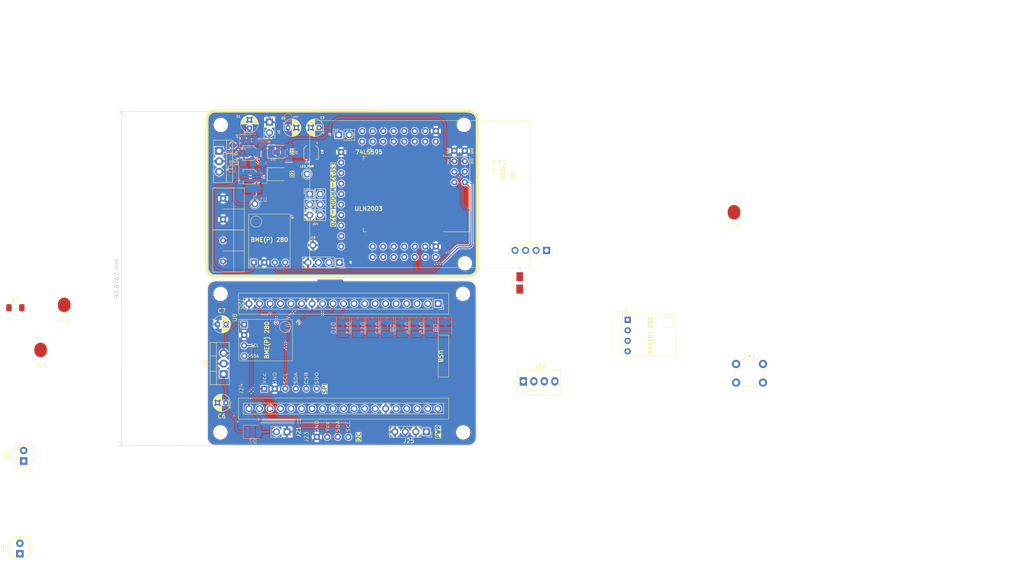
<source format=kicad_pcb>
(kicad_pcb (version 20240108) (generator "pcbnew") (generator_version "8.0")
  (layers (0 "F.Cu" signal) (31 "B.Cu" signal) (34 "B.Paste" user) (35 "F.Paste" user) (36 "B.SilkS" user "B.Silkscreen") (37 "F.SilkS" user "F.Silkscreen") (38 "B.Mask" user) (39 "F.Mask" user) (44 "Edge.Cuts" user))
  (net 0 "")
  (net 1 "GND")
  (net 2 "+3V3")
  (net 3 "+5V")
  (net 4 "/RXD")
  (net 5 "/TXD")
  (net 6 "/SDA")
  (net 7 "/GPIO_33")
  (net 8 "/SCL")
  (net 9 "/OUT3")
  (net 10 "/EN")
  (net 11 "/SOURCE2")
  (net 12 "/SOURCE1")
  (net 13 "/SOURCE3")
  (net 14 "/VDC")
  (net 15 "/DAC1")
  (net 16 "/DAC2")
  (net 17 "/GPIO39")
  (net 18 "/GPIO19")
  (net 19 "/GPIO17")
  (net 20 "/GPIO5")
  (net 21 "/GPIO18")
  (net 22 "/SD_DATA0")
  (net 23 "/ADC2_CH3")
  (net 24 "/SD_DATA3")
  (net 25 "/SD_CMD")
  (net 26 "/SD_CLK")
  (net 27 "/SD_DATA2")
  (net 28 "/SD_DATA1")
  (net 29 "/ADC2_CH0")
  (net 30 "/GPIO23")
  (net 31 "/GPIO36")
  (net 32 "/ADC2_CH2")
  (net 33 "/BOOT")
  (net 34 "/GPIO13")
  (net 35 "/SOURCE4")
  (net 36 "/SOURCE5")
  (net 37 "/SIPO_DATA")
  (net 38 "/SIPO_CLK")
  (net 39 "/SIPO_LATCH")
  (net 40 "/GPIO14")
  (net 41 "/OUT1")
  (net 42 "/VIN")
  (net 45 "Net-(D5-Pad1)")
  (net 46 "Net-(J15-Pin_1)")
  (net 47 "Net-(J19-Pin_1)")
  (net 48 "/OUT2")
  (net 60 "/RX")
  (net 65 "/TX")
  (net 76 "/SCL-2")
  (net 77 "/SDA-2")
  (net 80 "/12V")
  (net 82 "/QB-2")
  (net 83 "/QC-2")
  (net 84 "/QE-2")
  (net 85 "/QA-2")
  (net 86 "/QD-2")
  (net 87 "/QG-2")
  (net 88 "/QH-2")
  (net 89 "/QF-2")
  (net 90 "/SPI-SDO")
  (net 91 "/SPI-CSB")
  (net 92 "/SPI-SCL")
  (net 93 "/SPI-SDA")
  (net 94 "/D23")
  (net 95 "/D18")
  (footprint "Capacitor_THT:CP_Radial_D4.0mm_P2.00mm" (layer "F.Cu") (at 107 44.2 180)
    (property "Reference" "C2")
    (property "Value" "1uF")
  )
  (footprint "LED_SMD:LED_1210_3225Metric_Pad1.42x2.65mm_HandSolder" (layer "F.Cu") (at 97 55.45)
    (property "Reference" "D2")
    (property "Value" "STATUS")
  )
  (footprint "Capacitor_SMD:CP_Elec_3x5.3" (layer "F.Cu") (at 90.3 50.35 180)
    (property "Reference" "C4")
    (property "Value" "0.1uF")
  )
  (footprint "Resistor_SMD:R_1206_3216Metric_Pad1.30x1.75mm_HandSolder" (layer "F.Cu") (at 33.612 87.7585)
    (property "Reference" "R7")
    (property "Value" "4K7")
  )
  (footprint "LED_THT:LED_D5.0mm" (layer "F.Cu") (at 34.7 147.25 90)
    (property "Reference" "D6")
    (property "Value" "LED_STATUS")
  )
  (footprint "Button_Switch_THT:SW_PUSH_6mm" (layer "F.Cu") (at 207.8 101.35)
    (property "Reference" "SW1")
    (property "Value" "SW_Push")
  )
  (footprint "Connector:FanPinHeader_1x04_P2.54mm_Vertical" (layer "F.Cu") (at 156.38 105.55)
    (property "Reference" "J22")
    (property "Value" "Conn_01x04_Pin")
  )
  (footprint "Alexander Footprint Library:Pad_1x01_P2.54_SMD" (layer "F.Cu") (at 39.712 102.098)
    (property "Reference" "J19")
    (property "Value" "LED_PWR")
  )
  (footprint "Alexanddr Footprints Library:ESP32-WROOM-Adapter-Socket-2" (layer "F.Cu") (at 127.6 60.25 -90)
    (property "Reference" "J1")
    (property "Value" "~")
  )
  (footprint "Alexander Footprint Library:Pad_1x01_P2.54_SMD" (layer "F.Cu") (at 45.412 91.198)
    (property "Reference" "J15")
    (property "Value" "LED_PWR")
  )
  (footprint "MountingHole:MountingHole_3mm" (layer "F.Cu") (at 142 43.5)
    (property "Reference" "H1" (hide yes))
    (property "Value" "MountingHole_Pad")
  )
  (footprint "Connector_PinSocket_2.54mm:PinSocket_1x02_P2.54mm_Vertical" (layer "F.Cu") (at 99.25 117.775 -90)
    (property "Reference" "J21")
    (property "Value" "PWR")
  )
  (footprint "MountingHole:MountingHole_3mm" (layer "F.Cu") (at 83.25 43.53)
    (property "Reference" "H2" (hide yes))
    (property "Value" "MountingHole_Pad")
  )
  (footprint "Alexander Footprints Library:Conn_Terminal_5mm" (layer "F.Cu") (at 83.82 53.69)
    (property "Reference" "J9" (hide yes))
    (property "Value" "Conn_01x02_Socket")
  )
  (footprint "Alexander Footprint Library:Pad_1x01_P2.54_SMD" (layer "F.Cu") (at 207.3 68.7895)
    (property "Reference" "J17")
    (property "Value" "GND")
  )
  (footprint "MountingHole:MountingHole_3mm" (layer "F.Cu") (at 141.85 117.9)
    (property "Reference" "H4" (hide yes))
    (property "Value" "MountingHole_Pad")
  )
  (footprint "Capacitor_THT:CP_Radial_D4.0mm_P2.00mm" (layer "F.Cu") (at 82.5 91.75)
    (property "Reference" "C7")
    (property "Value" "1uF")
  )
  (footprint "Connector_PinSocket_2.54mm:PinSocket_1x04_P2.54mm_Vertical" (layer "F.Cu") (at 132.94 117.75 -90)
    (property "Reference" "J25")
    (property "Value" "PWR_SATA_Conn_01x04")
  )
  (footprint "Capacitor_SMD:CP_Elec_3x5.3" (layer "F.Cu") (at 90.4 56.05 180)
    (property "Reference" "C9")
    (property "Value" "0.1uF")
  )
  (footprint "Alexander Footprint Library:PinSocket_1x01_P2.54" (layer "F.Cu") (at 91.5 65.19)
    (property "Reference" "J7")
    (property "Value" "LED_PWR")
  )
  (footprint "Alexander Footprint Library:Conn_SPI" (layer "F.Cu") (at 88.68 107.35 90)
    (property "Reference" "J24")
    (property "Value" "~")
  )
  (footprint "Connector_PinSocket_2.54mm:PinSocket_1x02_P2.54mm_Vertical" (layer "F.Cu") (at 95.025 42.85)
    (property "Reference" "J2")
    (property "Value" "PWR")
  )
  (footprint "Connector_PinSocket_2.54mm:PinSocket_1x04_P2.54mm_Vertical" (layer "F.Cu") (at 111.94 76.8 -90)
    (property "Reference" "J6")
    (property "Value" "SOURCE")
  )
  (footprint "MountingHole:MountingHole_3mm" (layer "F.Cu") (at 83.15 117.9)
    (property "Reference" "H4" (hide yes))
    (property "Value" "MountingHole_Pad")
  )
  (footprint "Connector_PinSocket_2.54mm:PinSocket_1x04_P2.54mm_Vertical" (layer "F.Cu") (at 162 73.875 -90)
    (property "Reference" "J10" (hide yes))
    (property "Value" "ADC")
  )
  (footprint "Capacitor_SMD:CP_Elec_3x5.3" (layer "F.Cu") (at 155.5 81.75 90)
    (property "Reference" "C5")
    (property "Value" "0.1uF")
  )
  (footprint "MountingHole:MountingHole_3mm" (layer "F.Cu") (at 141.8 84.4)
    (property "Reference" "H4" (hide yes))
    (property "Value" "MountingHole_Pad")
  )
  (footprint "Capacitor_THT:CP_Radial_D4.0mm_P2.00mm" (layer "F.Cu") (at 99.5 44.2)
    (property "Reference" "C3")
    (property "Value" "1uF")
  )
  (footprint "Alexander Footprint Library:Conn_ESP32_WROOM-DevKit-38pins" (layer "F.Cu") (at 87.54 86.75 -90)
    (property "Reference" "J20")
    (property "Value" "~")
  )
  (footprint "Capacitor_SMD:CP_Elec_3x5.3" (layer "F.Cu") (at 105.1 50.05 -90)
    (property "Reference" "C8")
    (property "Value" "10uF")
  )
  (footprint "Alexander Footprint Library:LD1117" (layer "F.Cu") (at 83.945 103.79 90)
    (property "Reference" "U9")
    (property "Value" "L7805")
  )
  (footprint "Alexander Footprint Library:PinSocket_1x01_P2.54" (layer "F.Cu") (at 104.1 57.99)
    (property "Reference" "J18")
    (property "Value" "LED_PWR")
  )
  (footprint "Alexander Footprint Library:Conn_I2C" (layer "F.Cu") (at 98.84 119 90)
    (property "Reference" "J23")
    (property "Value" "I2C")
  )
  (footprint "Capacitor_THT:CP_Radial_D4.0mm_P2.00mm" (layer "F.Cu") (at 84.4726 110.75 180)
    (property "Reference" "C6")
    (property "Value" "1uF")
  )
  (footprint "Alexander Footprint Library:BME280_BMP280_I2C" (layer "F.Cu") (at 180.3 89.45)
    (property "Reference" "U10")
    (property "Value" "BME(P)280")
  )
  (footprint "MountingHole:MountingHole_3mm" (layer "F.Cu") (at 83.2 84.4)
    (property "Reference" "H4" (hide yes))
    (property "Value" "MountingHole_Pad")
  )
  (footprint "Connector_PinSocket_2.54mm:PinSocket_1x02_P2.54mm_Vertical" (layer "F.Cu") (at 111.75 45.925 90)
    (property "Reference" "J5")
    (property "Value" "DAC")
  )
  (footprint "Alexander Footprint Library:CONN_2x3" (layer "F.Cu") (at 104.74 55.17)
    (property "Reference" "J14")
    (property "Value" "GPIO")
  )
  (footprint "Alexander Footprints Library:Conn_UART" (layer "F.Cu") (at 139.7 42.15)
    (property "Reference" "J3" (hide yes))
    (property "Value" "UART")
  )
  (footprint "Alexander Footprint Library:PinSocket_1x01_P2.54" (layer "F.Cu") (at 105.5 75.19)
    (property "Reference" "J16")
    (property "Value" "GND")
  )
  (footprint "Capacitor_THT:CP_Radial_D4.0mm_P2.00mm" (layer "F.Cu") (at 90.2 44.3 90)
    (property "Reference" "C1")
    (property "Value" "1uF")
  )
  (footprint "Alexander Footprint Library:BME280_BMP280_I2C" (layer "F.Cu") (at 90 78.1 90)
    (property "Reference" "U7")
    (property "Value" "BME(P)280")
  )
  (footprint "Alexander Footprint Library:LD1117" (layer "F.Cu") (at 82.855 49.77 -90)
    (property "Reference" "U4")
    (property "Value" "L7805")
  )
  (footprint "Alexander Footprints Library:Conn_I2C" (layer "F.Cu") (at 142.24 42.15)
    (property "Reference" "J4" (hide yes))
    (property "Value" "I2C")
  )
  (footprint "LED_THT:LED_D5.0mm" (layer "F.Cu") (at 35.612 124.8335 90)
    (property "Reference" "D5")
    (property "Value" "LED_PWR")
  )
  (footprint "Alexander Footprint Library:BME280_BMP280_I2C" (layer "F.Cu") (at 87.6 90.59)
    (property "Reference" "U8")
    (property "Value" "BME(P)280")
  )
  (footprint "LED_SMD:LED_1210_3225Metric_Pad1.42x2.65mm_HandSolder" (layer "F.Cu") (at 97 50)
    (property "Reference" "D1")
    (property "Value" "PWR")
  )
  (footprint "MountingHole:MountingHole_3mm" (layer "F.Cu") (at 142.25 77)
    (property "Reference" "H4" (hide yes))
    (property "Value" "MountingHole_Pad")
  )
  (footprint "Alexander Footprints Library:Conn_Terminal_5mm" (layer "F.Cu") (at 83.82 63.85)
    (property "Reference" "J8" (hide yes))
    (property "Value" "Conn_01x02_Socket")
  )
  (footprint "TestPoint:TestPoint_Pad_D1.5mm" (layer "B.Cu") (at 99.5 41.75 180)
    (property "Reference" "TP4")
    (property "Value" "5V")
  )
  (footprint "LED_SMD:LED_1210_3225Metric_Pad1.42x2.65mm_HandSolder" (layer "B.Cu") (at 127.1 92.65 -90)
    (property "Reference" "D9")
    (property "Value" "PWR")
  )
  (footprint "TestPoint:TestPoint_Pad_D1.5mm" (layer "B.Cu") (at 96.8 50.15 180)
    (property "Reference" "TP3")
    (property "Value" "3V3")
  )
  (footprint "LED_SMD:LED_1210_3225Metric_Pad1.42x2.65mm_HandSolder" (layer "B.Cu") (at 119.9 92.65 -90)
    (property "Reference" "D11")
    (property "Value" "PWR")
  )
  (footprint "Diode_SMD:D_1210_3225Metric" (layer "B.Cu") (at 91 117.75)
    (property "Reference" "D7")
    (property "Value" "D")
  )
  (footprint "LED_SMD:LED_1210_3225Metric_Pad1.42x2.65mm_HandSolder" (layer "B.Cu") (at 134.1 92.65 -90)
    (property "Reference" "D15")
    (property "Value" "PWR")
  )
  (footprint "Resistor_SMD:R_1206_3216Metric_Pad1.30x1.75mm_HandSolder" (layer "B.Cu") (at 99.7 50.25 -90)
    (property "Reference" "R1")
    (property "Value" "10K")
  )
  (footprint "Diode_SMD:D_1210_3225Metric" (layer "B.Cu") (at 90.1 47.4)
    (property "Reference" "D4")
    (property "Value" "D")
  )
  (footprint "LED_SMD:LED_1210_3225Metric_Pad1.42x2.65mm_HandSolder" (layer "B.Cu") (at 130.6 92.65 -90)
    (property "Reference" "D14")
    (property "Value" "PWR")
  )
  (footprint "TestPoint:TestPoint_Pad_D1.5mm" (layer "B.Cu") (at 86.2 48.45 180)
    (property "Reference" "TP1")
    (property "Value" "VIN")
  )
  (footprint "LED_SMD:LED_1210_3225Metric_Pad1.42x2.65mm_HandSolder" (layer "B.Cu") (at 123.5 92.65 -90)
    (property "Reference" "D12")
    (property "Value" "PWR")
  )
  (footprint "TestPoint:TestPoint_Pad_D1.5mm" (layer "B.Cu") (at 85.9 54.15 180)
    (property "Reference" "TP2")
    (property "Value" "GND")
  )
  (footprint "LED_SMD:LED_1210_3225Metric_Pad1.42x2.65mm_HandSolder" (layer "B.Cu") (at 116.4 92.65 -90)
    (property "Reference" "D13")
    (property "Value" "PWR")
  )
  (footprint "LED_SMD:LED_1210_3225Metric_Pad1.42x2.65mm_HandSolder" (layer "B.Cu") (at 112.8 92.65 -90)
    (property "Reference" "D10")
    (property "Value" "PWR")
  )
  (footprint "Package_TO_SOT_SMD:SOT-223-3_TabPin2" (layer "B.Cu") (at 91 55.75 -90)
    (property "Reference" "U1")
    (property "Value" "MAX1726EUK33")
  )
  (footprint "LED_SMD:LED_1210_3225Metric_Pad1.42x2.65mm_HandSolder" (layer "B.Cu") (at 137.5 92.65 -90)
    (property "Reference" "D8")
    (property "Value" "PWR")
  )
  (gr_line (start 145.25 42.11421) (end 145.25 78.085782) (stroke (width 0.75)) (layer "F.SilkS"))
  (gr_line (start 81.914218 40.164218) (end 143.08579 40.164218) (stroke (width 0.75)) (layer "F.SilkS"))
  (gr_arc (start 145.25 78.085782) (mid 144.66422 79.500007) (end 143.25 80.085782) (stroke (width 0.75)) (layer "F.SilkS"))
  (gr_line (start 79.914218 42.11421) (end 79.914218 78.085782) (stroke (width 0.75)) (layer "F.SilkS"))
  (gr_arc (start 81.914218 80.085782) (mid 80.499999 79.500001) (end 79.914218 78.085782) (stroke (width 0.75)) (layer "F.SilkS"))
  (gr_arc (start 143.25 40.25) (mid 144.664214 40.835786) (end 145.25 42.25) (stroke (width 0.75)) (layer "F.SilkS"))
  (gr_arc (start 79.914218 42.164218) (mid 80.499999 40.749999) (end 81.914218 40.164218) (stroke (width 0.75)) (layer "F.SilkS"))
  (gr_line (start 81.914214 80.085782) (end 143.085786 80.085782) (stroke (width 0.75)) (layer "F.SilkS"))
  (gr_line (start 82.014214 80.235786) (end 106.4 80.25) (stroke (width 0.1)) (layer "Edge.Cuts"))
  (gr_line (start 80 42.25) (end 80.014214 78.235786) (stroke (width 0.1)) (layer "Edge.Cuts"))
  (gr_arc (start 79.921321 83.157107) (mid 80.507106 81.742896) (end 81.921321 81.157107) (stroke (width 0.1)) (layer "Edge.Cuts"))
  (gr_line (start 81.921321 121.128679) (end 143.107107 121.142893) (stroke (width 0.1)) (layer "Edge.Cuts"))
  (gr_arc (start 81.921321 121.128679) (mid 80.507101 120.542899) (end 79.921321 119.128679) (stroke (width 0.1)) (layer "Edge.Cuts"))
  (gr_line (start 143.092893 81.157107) (end 113 81.15) (stroke (width 0.1)) (layer "Edge.Cuts"))
  (gr_arc (start 145.107107 119.142893) (mid 144.521321 120.557107) (end 143.107107 121.142893) (stroke (width 0.1)) (layer "Edge.Cuts"))
  (gr_line (start 106.4 81.15) (end 81.921321 81.157107) (stroke (width 0.1)) (layer "Edge.Cuts"))
  (gr_arc (start 143.185786 40.264214) (mid 144.600004 40.849996) (end 145.185786 42.264214) (stroke (width 0.1)) (layer "Edge.Cuts"))
  (gr_line (start 113 80.25) (end 143.185786 80.235786) (stroke (width 0.1)) (layer "Edge.Cuts"))
  (gr_arc (start 82.014214 80.235786) (mid 80.599996 79.650004) (end 80.014214 78.235786) (stroke (width 0.1)) (layer "Edge.Cuts"))
  (gr_line (start 145.185786 42.264214) (end 145.185786 78.235786) (stroke (width 0.1)) (layer "Edge.Cuts"))
  (gr_arc (start 80 42.25) (mid 80.585786 40.835786) (end 82 40.25) (stroke (width 0.1)) (layer "Edge.Cuts"))
  (gr_line (start 145.107107 119.142893) (end 145.092893 83.157107) (stroke (width 0.1)) (layer "Edge.Cuts"))
  (gr_line (start 79.921321 119.128679) (end 79.921321 83.157107) (stroke (width 0.1)) (layer "Edge.Cuts"))
  (gr_line (start 106.4 81.15) (end 106.4 80.25) (stroke (width 0.1)) (layer "Edge.Cuts"))
  (gr_arc (start 145.185786 78.235786) (mid 144.600004 79.650004) (end 143.185786 80.235786) (stroke (width 0.1)) (layer "Edge.Cuts"))
  (gr_arc (start 143.092893 81.157107) (mid 144.507112 81.742888) (end 145.092893 83.157107) (stroke (width 0.1)) (layer "Edge.Cuts"))
  (gr_line (start 113 81.15) (end 113 80.25) (stroke (width 0.1)) (layer "Edge.Cuts"))
  (gr_line (start 143.185786 40.264214) (end 82 40.25) (stroke (width 0.1)) (layer "Edge.Cuts"))
  (gr_text "SCL" (at 90.4 96.85 0) (layer "F.SilkS") (effects (font (size 0.7 0.7) (thickness 0.125) (bold yes)) (justify left)))
  (gr_text "SDA" (at 90.4 99.45 0) (layer "F.SilkS") (effects (font (size 0.7 0.7) (thickness 0.125) (bold yes)) (justify left)))
  (gr_text "PWR" (at 136.4 119.55 90) (layer "F.SilkS" knockout) (effects (font (size 1 1) (thickness 0.25) (bold yes)) (justify left bottom)))
  (gr_text "74LS595" (at 119.057143 50.1 0) (layer "F.SilkS") (effects (font (size 1 1) (thickness 0.2) (bold yes))))
  (gr_text "ULN2003" (at 115.5 64.374 0) (layer "F.SilkS") (effects (font (size 1 1) (thickness 0.2) (bold yes)) (justify left bottom)))
  (dimension (type aligned) (layer "Edge.Cuts") (pts (xy 81.921321 121.128679) (xy 82 40.25)) (height -22.6907) (gr_text "80.8787 mm" (at 58.119973 80.666146 89.94426182) (layer "Edge.Cuts") (effects (font (size 1 1) (thickness 0.15)))) (format (prefix "") (suffix "") (units 3) (units_format 1) (precision 4)) (style (thickness 0.1) (arrow_length 1.27) (text_position_mode 0) (extension_height 0.58642) (extension_offset 0.5) keep_text_aligned))
  (segment (start 84.21 66) (end 83.82 66.39) (width 0.5) (layer "F.Cu") (net 1))
  (segment (start 95.5 54.8625) (end 95.5125 54.85) (width 0.25) (layer "F.Cu") (net 1))
  (segment (start 95.5 55.4625) (end 95.5125 55.45) (width 0.25) (layer "F.Cu") (net 1))
  (segment (start 91.5 59.65) (end 91.9 59.25) (width 0.5) (layer "F.Cu") (net 2))
  (segment (start 90.08 108.57) (end 90.08 112.15) (width 0.5) (layer "F.Cu") (net 2))
  (segment (start 91.3 107.35) (end 90.08 108.57) (width 0.5) (layer "F.Cu") (net 2))
  (segment (start 91.9 59.25) (end 91.9 56.05) (width 0.5) (layer "F.Cu") (net 2))
  (segment (start 93.76 107.35) (end 91.3 107.35) (width 0.5) (layer "F.Cu") (net 2))
  (segment (start 91.5 62.62) (end 91.5 59.65) (width 0.5) (layer "F.Cu") (net 2))
  (segment (start 98.4875 50) (end 101.05 50) (width 0.5) (layer "F.Cu") (net 2))
  (segment (start 102.5 48.55) (end 105.1 48.55) (width 0.5) (layer "F.Cu") (net 2))
  (segment (start 101.05 50) (end 102.5 48.55) (width 0.5) (layer "F.Cu") (net 2))
  (segment (start 96.075 48.7) (end 97.525 48.7) (width 0.5) (layer "B.Cu") (net 2))
  (segment (start 109.408578 44.2) (end 107 44.2) (width 0.5) (layer "B.Cu") (net 2))
  (segment (start 93.21 115.25) (end 101 115.25) (width 0.5) (layer "B.Cu") (net 2))
  (segment (start 81.3 75.997918) (end 81.3 59.75104) (width 0.5) (layer "B.Cu") (net 2))
  (segment (start 93.3 54.905025) (end 93.3 52.6) (width 0.5) (layer "B.Cu") (net 2))
  (segment (start 100 48.7) (end 100 48.03033) (width 0.5) (layer "B.Cu") (net 2))
  (segment (start 139.13 52.31) (end 139.7 52.31) (width 0.5) (layer "B.Cu") (net 2))
  (segment (start 138.156949 51.906949) (end 138.03 51.78) (width 0.5) (layer "B.Cu") (net 2))
  (segment (start 109 117.5) (end 109 119) (width 0.5) (layer "B.Cu") (net 2))
  (segment (start 84.202081 78.9) (end 89.990883 78.9) (width 0.5) (layer "B.Cu") (net 2))
  (segment (start 109.75 45) (end 109.75 44.141421) (width 0.5) (layer "B.Cu") (net 2))
  (segment (start 109.75 43.858578) (end 109.75 44.141421) (width 0.5) (layer "B.Cu") (net 2))
  (segment (start 104.722182 46.75) (end 106.277817 46.75) (width 0.5) (layer "B.Cu") (net 2))
  (segment (start 139.7 52.31) (end 142.24 52.31) (width 0.5) (layer "B.Cu") (net 2))
  (segment (start 137.5 50.500466) (end 137.5 43.883883) (width 0.5) (layer "B.Cu") (net 2))
  (segment (start 88.207106 62.75) (end 91.5 62.75) (width 0.5) (layer "B.Cu") (net 2))
  (segment (start 86.5 61.042893) (end 86.5 57.5) (width 0.5) (layer "B.Cu") (net 2))
  (segment (start 106.277817 46.75) (end 108 46.75) (width 0.5) (layer "B.Cu") (net 2))
  (segment (start 101 115.25) (end 102.5 116.75) (width 0.5) (layer "B.Cu") (net 2))
  (segment (start 91.22 77.670883) (end 91.22 76.8) (width 0.5) (layer "B.Cu") (net 2))
  (segment (start 89.455634 56.1) (end 92.105025 56.1) (width 0.5) (layer "B.Cu") (net 2))
  (segment (start 96.075 48.7) (end 95.177817 48.7) (width 0.5) (layer "B.Cu") (net 2))
  (segment (start 90.11 112.15) (end 93.21 115.25) (width 0.5) (layer "B.Cu") (net 2))
  (segment (start 108.25 116.75) (end 109 117.5) (width 0.5) (layer "B.Cu") (net 2))
  (segment (start 104.722182 46.75) (end 101.28033 46.75) (width 0.5) (layer "B.Cu") (net 2))
  (segment (start 108 46.75) (end 109.75 45) (width 0.5) (layer "B.Cu") (net 2))
  (segment (start 96.8 49.425) (end 96.8 50.15) (width 0.25) (layer "B.Cu") (net 2))
  (segment (start 109.75 43.625) (end 109.75 43.858578) (width 0.5) (layer "B.Cu") (net 2))
  (segment (start 110.015165 42.984834) (end 110.5 42.5) (width 0.5) (layer "B.Cu") (net 2))
  (segment (start 93.3 52.6) (end 93.3 50.577817) (width 0.5) (layer "B.Cu") (net 2))
  (segment (start 82.75104 58.3) (end 84.144365 58.3) (width 0.5) (layer "B.Cu") (net 2))
  (segment (start 102.5 116.75) (end 108.25 116.75) (width 0.5) (layer "B.Cu") (net 2))
  (segment (start 112.31066 41.75) (end 135.366116 41.75) (width 0.5) (layer "B.Cu") (net 2))
  (segment (start 100 48.7) (end 97.525 48.7) (width 0.5) (layer "B.Cu") (net 2))
  (arc (start 136.875 42.375) (mid 137.337567 43.067281) (end 137.5 43.883883) (width 0.5) (layer "B.Cu") (net 2))
  (arc (start 137.5 50.500466) (mid 137.637742 51.192944) (end 138.03 51.78) (width 0.5) (layer "B.Cu") (net 2))
  (arc (start 93.3 54.905025) (mid 93.209037 55.362322) (end 92.95 55.75) (width 0.5) (layer "B.Cu") (net 2))
  (arc (start 86.8 57.2) (mid 85.581584 58.014119) (end 84.144365 58.3) (width 0.5) (layer "B.Cu") (net 2))
  (arc (start 89.455634 56.1) (mid 88.018415 56.38588) (end 86.8 57.2) (width 0.5) (layer "B.Cu") (net 2))
  (arc (start 86.5 61.042893) (mid 86.629945 61.696174) (end 87 62.25) (width 0.5) (layer "B.Cu") (net 2))
  (arc (start 82.75104 58.3) (mid 82.195751 58.410453) (end 81.725 58.725) (width 0.5) (layer "B.Cu") (net 2))
  (arc (start 92.95 55.75) (mid 92.562322 56.009037) (end 92.105025 56.1) (width 0.5) (layer "B.Cu") (net 2))
  (arc (start 95.177817 48.7) (mid 94.459207 48.84294) (end 93.85 49.25) (width 0.5) (layer "B.Cu") (net 2))
  (arc (start 96.8 49.425) (mid 96.587652 48.912347) (end 96.075 48.7) (width 0.25) (layer "B.Cu") (net 2))
  (arc (start 82.15 78.05) (mid 83.091502 78.679092) (end 84.202081 78.9) (width 0.5) (layer "B.Cu") (net 2))
  (arc (start 110.015165 42.984834) (mid 109.818914 43.278544) (end 109.75 43.625) (width 0.5) (layer "B.Cu") (net 2))
  (arc (start 109.75 44.141421) (mid 109.713838 44.087301) (end 109.65 44.1) (width 0.5) (layer "B.Cu") (net 2))
  (arc (start 136.875 42.375) (mid 136.182718 41.912432) (end 135.366116 41.75) (width 0.5) (layer "B.Cu") (net 2))
  (arc (start 93.85 49.25) (mid 93.44294 49.859207) (end 93.3 50.577817) (width 0.5) (layer "B.Cu") (net 2))
  (arc (start 90.86 78.54) (mid 90.461245 78.806439) (end 89.990883 78.9) (width 0.5) (layer "B.Cu") (net 2))
  (arc (start 109.65 44.1) (mid 109.539234 44.17401) (end 109.408578 44.2) (width 0.5) (layer "B.Cu") (net 2))
  (arc (start 87 62.25) (mid 87.553825 62.620054) (end 88.207106 62.75) (width 0.5) (layer "B.Cu") (net 2))
  (arc (start 81.725 58.725) (mid 81.410453 59.195751) (end 81.3 59.75104) (width 0.5) (layer "B.Cu") (net 2))
  (arc (start 138.156949 51.906949) (mid 138.603388 52.20525) (end 139.13 52.31) (width 0.5) (layer "B.Cu") (net 2))
  (arc (start 101.28033 46.75) (mid 100.790368 46.847459) (end 100.375 47.125) (width 0.5) (layer "B.Cu") (net 2))
  (arc (start 91.22 77.670883) (mid 91.126439 78.141245) (end 90.86 78.54) (width 0.5) (layer "B.Cu") (net 2))
  (arc (start 109.65 44.1) (mid 109.72401 43.989234) (end 109.75 43.858578) (width 0.5) (layer "B.Cu") (net 2))
  (arc (start 112.31066 41.75) (mid 111.330737 41.944918) (end 110.5 42.5) (width 0.5) (layer "B.Cu") (net 2))
  (arc (start 100.375 47.125) (mid 100.097459 47.540368) (end 100 48.03033) (width 0.5) (layer "B.Cu") (net 2))
  (arc (start 81.3 75.997918) (mid 81.520907 77.108496) (end 82.15 78.05) (width 0.5) (layer "B.Cu") (net 2))
  (segment (start 99.5 45.693413) (end 99.5 44.2) (width 0.5) (layer "F.Cu") (net 3))
  (segment (start 98.6375 46.9625) (end 99.2125 46.3875) (width 0.5) (layer "F.Cu") (net 3))
  (segment (start 83.945 98.71) (end 86.21 98.71) (width 0.5) (layer "F.Cu") (net 3))
  (segment (start 86.75 99.25) (end 86.75 100) (width 0.5) (layer "F.Cu") (net 3))
  (segment (start 127.86 116.39) (end 129 115.25) (width 0.5) (layer "F.Cu") (net 3))
  (segment (start 129 115.25) (end 135.25 115.25) (width 0.5) (layer "F.Cu") (net 3))
  (segment (start 135.81 114.69) (end 135.81 112.15) (width 0.5) (layer "F.Cu") (net 3))
  (segment (start 86.75 114.25) (end 87.75 115.25) (width 0.5) (layer "F.Cu") (net 3))
  (segment (start 86.75 100) (end 86.75 114.25) (width 0.5) (layer "F.Cu") (net 3))
  (segment (start 88.1 47.25) (end 97.943413 47.25) (width 0.5) (layer "F.Cu") (net 3))
  (segment (start 84.9 54.85) (end 85.4 54.35) (width 0.5) (layer "F.Cu") (net 3))
  (segment (start 85.4 54.35) (end 85.4 49.95) (width 0.5) (layer "F.Cu") (net 3))
  (segment (start 127.86 118.65) (end 127.86 116.39) (width 0.5) (layer "F.Cu") (net 3))
  (segment (start 86.21 98.71) (end 86.75 99.25) (width 0.5) (layer "F.Cu") (net 3))
  (segment (start 135.25 115.25) (end 135.81 114.69) (width 0.5) (layer "F.Cu") (net 3))
  (segment (start 82.855 54.85) (end 84.9 54.85) (width 0.5) (layer "F.Cu") (net 3))
  (segment (start 85.4 49.95) (end 88.1 47.25) (width 0.5) (layer "F.Cu") (net 3))
  (segment (start 87.75 115.25) (end 129 115.25) (width 0.5) (layer "F.Cu") (net 3))
  (arc (start 97.943413 47.25) (mid 98.31905 47.175281) (end 98.6375 46.9625) (width 0.5) (layer "F.Cu") (net 3))
  (arc (start 99.5 45.693413) (mid 99.425281 46.06905) (end 99.2125 46.3875) (width 0.5) (layer "F.Cu") (net 3))
  (segment (start 83.945 97.305) (end 84.5 96.75) (width 0.5) (layer "B.Cu") (net 3))
  (segment (start 84.5 94.05) (end 84.5 91.75) (width 0.5) (layer "B.Cu") (net 3))
  (segment (start 88.9 91.81) (end 86.74 91.81) (width 0.5) (layer "B.Cu") (net 3))
  (segment (start 83.945 98.71) (end 83.945 97.305) (width 0.5) (layer "B.Cu") (net 3))
  (segment (start 86.74 91.81) (end 84.5 94.05) (width 0.5) (layer "B.Cu") (net 3))
  (segment (start 84.5 96.75) (end 84.5 94.05) (width 0.5) (layer "B.Cu") (net 3))
  (segment (start 99.5 42.25) (end 99.5 44.2) (width 0.25) (layer "B.Cu") (net 3))
  (segment (start 139.7 57.35) (end 139.7 57.39) (width 0.25) (layer "F.Cu") (net 4))
  (segment (start 140.3 57.45) (end 139.3 57.45) (width 0.25) (layer "F.Cu") (net 4))
  (segment (start 142.918198 72.331802) (end 140.231802 72.331802) (width 0.25) (layer "B.Cu") (net 4))
  (segment (start 131.4 77.75) (end 131.4 74.21) (width 0.25) (layer "B.Cu") (net 4))
  (segment (start 131.8 78.15) (end 131.4 77.75) (width 0.25) (layer "B.Cu") (net 4))
  (segment (start 131.4 74.21) (end 130.14 72.95) (width 0.25) (layer "B.Cu") (net 4))
  (segment (start 140.231802 72.331802) (end 134.413604 78.15) (width 0.25) (layer "B.Cu") (net 4))
  (segment (start 134.413604 78.15) (end 131.8 78.15) (width 0.25) (layer "B.Cu") (net 4))
  (segment (start 139.7 57.39) (end 141.34 59.03) (width 0.25) (layer "B.Cu") (net 4))
  (segment (start 141.34 59.03) (end 141.34 62.876396) (width 0.25) (layer "B.Cu") (net 4))
  (segment (start 143.1 64.636396) (end 143.1 72.15) (width 0.25) (layer "B.Cu") (net 4))
  (segment (start 143.1 72.15) (end 142.918198 72.331802) (width 0.25) (layer "B.Cu") (net 4))
  (segment (start 141.34 62.876396) (end 143.1 64.636396) (width 0.25) (layer "B.Cu") (net 4))
  (segment (start 143.4 73.25) (end 140.7 73.25) (width 0.25) (layer "F.Cu") (net 5))
  (segment (start 143.453 56.303) (end 144 56.85) (width 0.25) (layer "F.Cu") (net 5))
  (segment (start 144 56.85) (end 144 72.65) (width 0.25) (layer "F.Cu") (net 5))
  (segment (start 139.7 54.85) (end 141.153 56.303) (width 0.25) (layer "F.Cu") (net 5))
  (segment (start 141.153 56.303) (end 143.453 56.303) (width 0.25) (layer "F.Cu") (net 5))
  (segment (start 144 72.65) (end 143.4 73.25) (width 0.25) (layer "F.Cu") (net 5))
  (segment (start 136.9 77.05) (end 134.2 77.05) (width 0.25) (layer "F.Cu") (net 5))
  (segment (start 134.2 77.05) (end 132.68 75.53) (width 0.25) (layer "F.Cu") (net 5))
  (segment (start 140.7 73.25) (end 136.9 77.05) (width 0.25) (layer "F.Cu") (net 5))
  (segment (start 132.68 75.53) (end 132.68 75.49) (width 0.25) (layer "F.Cu") (net 5))
  (segment (start 139.7 54.85) (end 139.5 54.85) (width 0.25) (layer "F.Cu") (net 5))
  (segment (start 142.24 54.85) (end 142.24 55.51) (width 0.25) (layer "F.Cu") (net 6))
  (segment (start 130.14 75.49) (end 130.14 78.09) (width 0.25) (layer "B.Cu") (net 6))
  (segment (start 141.79 58.74) (end 141 57.95) (width 0.25) (layer "B.Cu") (net 6))
  (segment (start 140.418198 72.781802) (end 143.281802 72.781802) (width 0.25) (layer "B.Cu") (net 6))
  (segment (start 98.84 76.8) (end 98.84 78.09) (width 0.25) (layer "B.Cu") (net 6))
  (segment (start 130.14 78.09) (end 130.7 78.65) (width 0.25) (layer "B.Cu") (net 6))
  (segment (start 143.55 64.45) (end 141.79 62.69) (width 0.25) (layer "B.Cu") (net 6))
  (segment (start 134.55 78.65) (end 140.418198 72.781802) (width 0.25) (layer "B.Cu") (net 6))
  (segment (start 141.79 62.69) (end 141.79 58.74) (width 0.25) (layer "B.Cu") (net 6))
  (segment (start 99.4 78.65) (end 130.7 78.65) (width 0.25) (layer "B.Cu") (net 6))
  (segment (start 141 56.09) (end 142.24 54.85) (width 0.25) (layer "B.Cu") (net 6))
  (segment (start 130.7 78.65) (end 134.55 78.65) (width 0.25) (layer "B.Cu") (net 6))
  (segment (start 98.84 78.09) (end 99.4 78.65) (width 0.25) (layer "B.Cu") (net 6))
  (segment (start 143.281802 72.781802) (end 143.55 72.513604) (width 0.25) (layer "B.Cu") (net 6))
  (segment (start 143.55 72.513604) (end 143.55 64.45) (width 0.25) (layer "B.Cu") (net 6))
  (segment (start 141 57.95) (end 141 56.09) (width 0.25) (layer "B.Cu") (net 6))
  (segment (start 143.231802 72.781802) (end 140.368198 72.781802) (width 0.25) (layer "F.Cu") (net 8))
  (segment (start 133.98 74.25) (end 132.68 72.95) (width 0.25) (layer "F.Cu") (net 8))
  (segment (start 143.5 72.513604) (end 143.231802 72.781802) (width 0.25) (layer "F.Cu") (net 8))
  (segment (start 142.24 57.39) (end 143.5 58.65) (width 0.25) (layer "F.Cu") (net 8))
  (segment (start 140.368198 72.781802) (end 138.9 74.25) (width 0.25) (layer "F.Cu") (net 8))
  (segment (start 143.5 58.65) (end 143.5 72.513604) (width 0.25) (layer "F.Cu") (net 8))
  (segment (start 138.9 74.25) (end 133.98 74.25) (width 0.25) (layer "F.Cu") (net 8))
  (segment (start 140.6 73.3) (end 143.4 73.3) (width 0.25) (layer "B.Cu") (net 8))
  (segment (start 144 72.7) (end 144 57.95) (width 0.25) (layer "B.Cu") (net 8))
  (segment (start 144 57.95) (end 143.44 57.39) (width 0.25) (layer "B.Cu") (net 8))
  (segment (start 96.3 78.45) (end 96.95 79.1) (width 0.25) (layer "B.Cu") (net 8))
  (segment (start 96.95 79.1) (end 134.8 79.1) (width 0.25) (layer "B.Cu") (net 8))
  (segment (start 143.44 57.39) (end 142.24 57.39) (width 0.25) (layer "B.Cu") (net 8))
  (segment (start 134.8 79.1) (end 140.6 73.3) (width 0.25) (layer "B.Cu") (net 8))
  (segment (start 143.4 73.3) (end 144 72.7) (width 0.25) (layer "B.Cu") (net 8))
  (segment (start 96.3 76.8) (end 96.3 78.45) (width 0.25) (layer "B.Cu") (net 8))
  (segment (start 91.8 52.25) (end 92.3 52.75) (width 0.25) (layer "F.Cu") (net 10))
  (segment (start 92.3 52.75) (end 103.27 52.75) (width 0.25) (layer "F.Cu") (net 10))
  (segment (start 91.8 50.35) (end 91.8 52.25) (width 0.25) (layer "F.Cu") (net 10))
  (segment (start 130.62 42.95) (end 117.962749 42.95) (width 0.25) (layer "B.Cu") (net 10))
  (segment (start 113.462749 48.487251) (end 103.012749 48.487251) (width 0.25) (layer "B.Cu") (net 10))
  (segment (start 115.5 45.412749) (end 115.5 46.45) (width 0.25) (layer "B.Cu") (net 10))
  (segment (start 117.962749 42.95) (end 115.5 45.412749) (width 0.25) (layer "B.Cu") (net 10))
  (segment (start 103.012749 48.487251) (end 99.7 51.8) (width 0.25) (layer "B.Cu") (net 10))
  (segment (start 115.5 46.45) (end 113.462749 48.487251) (width 0.25) (layer "B.Cu") (net 10))
  (segment (start 132.68 45.01) (end 130.62 42.95) (width 0.25) (layer "B.Cu") (net 10))
  (segment (start 86.37 71.47) (end 88 73.1) (width 0.5) (layer "F.Cu") (net 11))
  (segment (start 88 73.1) (end 99 73.1) (width 0.5) (layer "F.Cu") (net 11))
  (segment (start 83.82 71.47) (end 86.37 71.47) (width 0.5) (layer "F.Cu") (net 11))
  (segment (start 86.275 76.55) (end 88.075 74.75) (width 0.5) (layer "F.Cu") (net 12))
  (segment (start 83.82 76.55) (end 86.275 76.55) (width 0.5) (layer "F.Cu") (net 12))
  (segment (start 88.075 74.75) (end 99.75 74.75) (width 0.5) (layer "F.Cu") (net 12))
  (segment (start 96.71 117.775) (end 92.425 117.775) (width 0.5) (layer "B.Cu") (net 14))
  (segment (start 92.425 117.775) (end 92.4 117.75) (width 0.5) (layer "B.Cu") (net 14))
  (segment (start 95.025 46.674479) (end 95.025 45.39) (width 0.5) (layer "B.Cu") (net 14))
  (segment (start 94.299479 47.4) (end 91.5 47.4) (width 0.5) (layer "B.Cu") (net 14))
  (arc (start 95.025 46.674479) (mid 94.969773 46.952124) (end 94.8125 47.1875) (width 0.5) (layer "B.Cu") (net 14))
  (arc (start 94.8125 47.1875) (mid 94.577124 47.344773) (end 94.299479 47.4) (width 0.5) (layer "B.Cu") (net 14))
  (segment (start 112.25 43) (end 111.75 43.5) (width 0.25) (layer "F.Cu") (net 15))
  (segment (start 123.8 43.35) (end 123.45 43) (width 0.25) (layer "F.Cu") (net 15))
  (segment (start 125.06 47.55) (end 123.8 46.29) (width 0.25) (layer "F.Cu") (net 15))
  (segment (start 123.8 46.29) (end 123.8 43.35) (width 0.25) (layer "F.Cu") (net 15))
  (segment (start 111.75 43.5) (end 111.75 45.925) (width 0.25) (layer "F.Cu") (net 15))
  (segment (start 123.45 43) (end 112.25 43) (width 0.25) (layer "F.Cu") (net 15))
  (segment (start 114.8 43.45) (end 122.2 43.45) (width 0.25) (layer "F.Cu") (net 16))
  (segment (start 114.29 45.925) (end 114.29 43.96) (width 0.25) (layer "F.Cu") (net 16))
  (segment (start 122.52 43.77) (end 122.52 45.01) (width 0.25) (layer "F.Cu") (net 16))
  (segment (start 114.29 43.96) (end 114.8 43.45) (width 0.25) (layer "F.Cu") (net 16))
  (segment (start 122.2 43.45) (end 122.52 43.77) (width 0.25) (layer "F.Cu") (net 16))
  (segment (start 127.5 73.6) (end 128.2 72.9) (width 0.25) (layer "F.Cu") (net 21))
  (segment (start 89.5 46.25) (end 87.71 46.25) (width 0.5) (layer "F.Cu") (net 42))
  (segment (start 87.71 46.25) (end 84.19 49.77) (width 0.5) (layer "F.Cu") (net 42))
  (segment (start 90.2 45.55) (end 89.5 46.25) (width 0.5) (layer "F.Cu") (net 42))
  (segment (start 84.19 49.77) (end 82.855 49.77) (width 0.5) (layer "F.Cu") (net 42))
  (segment (start 90.2 44.3) (end 90.2 45.55) (width 0.5) (layer "F.Cu") (net 42))
  (segment (start 88.7 50.546446) (end 88.7 51.253553) (width 0.5) (layer "B.Cu") (net 42))
  (segment (start 84.4726 112.4726) (end 84.4726 109.5) (width 0.5) (layer "B.Cu") (net 42))
  (segment (start 88.7 45.153553) (end 88.7 47.4) (width 0.5) (layer "B.Cu") (net 42))
  (segment (start 86.2 49.11) (end 86.2 48.45) (width 0.25) (layer "B.Cu") (net 42))
  (segment (start 88.45 50.65) (end 88.2 50.4) (width 0.5) (layer "B.Cu") (net 42))
  (segment (start 88.7 50.546446) (end 88.7 47.4) (width 0.5) (layer "B.Cu") (net 42))
  (segment (start 84.4726 107.0826) (end 83.945 106.555) (width 0.5) (layer "B.Cu") (net 42))
  (segment (start 83.945 106.555) (end 83.945 103.79) (width 0.5) (layer "B.Cu") (net 42))
  (segment (start 88.45 50.65) (end 88.054368 50.254368) (width 0.5) (layer "B.Cu") (net 42))
  (segment (start 87.5 117.75) (end 87 117.25) (width 0.5) (layer "B.Cu") (net 42))
  (segment (start 89.553553 44.3) (end 90.2 44.3) (width 0.5) (layer "B.Cu") (net 42))
  (segment (start 84.4726 109.5) (end 84.4726 107.0826) (width 0.5) (layer "B.Cu") (net 42))
  (segment (start 88.7 51.253553) (end 88.7 52.6) (width 0.5) (layer "B.Cu") (net 42))
  (segment (start 89.6 117.75) (end 87.5 117.75) (width 0.5) (layer "B.Cu") (net 42))
  (segment (start 87 117.25) (end 87 115) (width 0.5) (layer "B.Cu") (net 42))
  (segment (start 87 115) (end 84.4726 112.4726) (width 0.5) (layer "B.Cu") (net 42))
  (segment (start 86.86 49.77) (end 85.54 49.77) (width 0.5) (layer "B.Cu") (net 42))
  (segment (start 86.885 49.77) (end 86.86 49.77) (width 0.5) (layer "B.Cu") (net 42))
  (segment (start 85.54 49.77) (end 82.855 49.77) (width 0.5) (layer "B.Cu") (net 42))
  (arc (start 89.553553 44.3) (mid 89.226912 44.364972) (end 88.95 44.55) (width 0.5) (layer "B.Cu") (net 42))
  (arc (start 86.2 49.11) (mid 86.393309 49.57669) (end 86.86 49.77) (width 0.25) (layer "B.Cu") (net 42))
  (arc (start 88.7 51.253553) (mid 88.635027 50.926912) (end 88.45 50.65) (width 0.5) (layer "B.Cu") (net 42))
  (arc (start 88.45 50.65) (mid 88.45 50.65) (end 88.45 50.65) (width 0.5) (layer "B.Cu") (net 42))
  (arc (start 88.45 50.65) (mid 88.609596 50.681745) (end 88.7 50.546446) (width 0.5) (layer "B.Cu") (net 42))
  (arc (start 88.054368 50.254368) (mid 87.517857 49.895883) (end 86.885 49.77) (width 0.5) (layer "B.Cu") (net 42))
  (arc (start 88.95 44.55) (mid 88.764972 44.826912) (end 88.7 45.153553) (width 0.5) (layer "B.Cu") (net 42))
  (segment (start 90.56 96.89) (end 88.9 96.89) (width 0.25) (layer "F.Cu") (net 76))
  (segment (start 92.413604 89.7) (end 90.9 91.213604) (width 0.25) (layer "F.Cu") (net 76))
  (segment (start 95.16 86.75) (end 95.16 89.19) (width 0.25) (layer "F.Cu") (net 76))
  (segment (start 90.9 91.213604) (end 90.9 96.55) (width 0.25) (layer "F.Cu") (net 76))
  (segment (start 95.19 86.75) (end 95.16 86.75) (width 0.25) (layer "F.Cu") (net 76))
  (segment (start 90.9 96.55) (end 90.56 96.89) (width 0.25) (layer "F.Cu") (net 76))
  (segment (start 94.65 89.7) (end 92.413604 89.7) (width 0.25) (layer "F.Cu") (net 76))
  (segment (start 95.16 89.19) (end 94.65 89.7) (width 0.25) (layer "F.Cu") (net 76))
  (segment (start 96.5 110.65) (end 96.5 113.425) (width 0.25) (layer "B.Cu") (net 76))
  (segment (start 96.5 113.425) (end 97.3 114.225) (width 0.25) (layer "B.Cu") (net 76))
  (segment (start 90.54 96.89) (end 90.9 97.25) (width 0.25) (layer "B.Cu") (net 76))
  (segment (start 102.975 115.725) (end 113.175 115.725) (width 0.25) (layer "B.Cu") (net 76))
  (segment (start 88.9 96.89) (end 90.54 96.89) (width 0.25) (layer "B.Cu") (net 76))
  (segment (start 95.4 109.55) (end 96.5 110.65) (width 0.25) (layer "B.Cu") (net 76))
  (segment (start 91.3 109.55) (end 95.4 109.55) (width 0.25) (layer "B.Cu") (net 76))
  (segment (start 97.3 114.225) (end 101.475 114.225) (width 0.25) (layer "B.Cu") (net 76))
  (segment (start 90.9 97.25) (end 90.9 109.15) (width 0.25) (layer "B.Cu") (net 76))
  (segment (start 101.475 114.225) (end 102.975 115.725) (width 0.25) (layer "B.Cu") (net 76))
  (segment (start 114.08 116.63) (end 114.08 119) (width 0.25) (layer "B.Cu") (net 76))
  (segment (start 113.175 115.725) (end 114.08 116.63) (width 0.25) (layer "B.Cu") (net 76))
  (segment (start 90.9 109.15) (end 91.3 109.55) (width 0.25) (layer "B.Cu") (net 76))
  (segment (start 90.6 97.486396) (end 90.6 98.85) (width 0.25) (layer "F.Cu") (net 77))
  (segment (start 90.02 99.43) (end 88.9 99.43) (width 0.25) (layer "F.Cu") (net 77))
  (segment (start 102.81 86.75) (end 99.41 90.15) (width 0.25) (layer "F.Cu") (net 77))
  (segment (start 91.35 91.4) (end 91.35 96.736396) (width 0.25) (layer "F.Cu") (net 77))
  (segment (start 99.41 90.15) (end 92.6 90.15) (width 0.25) (layer "F.Cu") (net 77))
  (segment (start 91.35 96.736396) (end 90.6 97.486396) (width 0.25) (layer "F.Cu") (net 77))
  (segment (start 90.6 98.85) (end 90.02 99.43) (width 0.25) (layer "F.Cu") (net 77))
  (segment (start 92.6 90.15) (end 91.35 91.4) (width 0.25) (layer "F.Cu") (net 77))
  (segment (start 111.54 116.99) (end 111.54 119) (width 0.25) (layer "B.Cu") (net 77))
  (segment (start 93.9 110.75) (end 93.9 113.65) (width 0.25) (layer "B.Cu") (net 77))
  (segment (start 93.9 113.65) (end 94.925 114.675) (width 0.25) (layer "B.Cu") (net 77))
  (segment (start 89.98 99.43) (end 90.42 99.87) (width 0.25) (layer "B.Cu") (net 77))
  (segment (start 102.75 116.175) (end 110.725 116.175) (width 0.25) (layer "B.Cu") (net 77))
  (segment (start 94.925 114.675) (end 101.25 114.675) (width 0.25) (layer "B.Cu") (net 77))
  (segment (start 110.725 116.175) (end 111.54 116.99) (width 0.25) (layer "B.Cu") (net 77))
  (segment (start 90.42 109.37) (end 91.1 110.05) (width 0.25) (layer "B.Cu") (net 77))
  (segment (start 101.25 114.675) (end 102.75 116.175) (width 0.25) (layer "B.Cu") (net 77))
  (segment (start 93.2 110.05) (end 93.9 110.75) (width 0.25) (layer "B.Cu") (net 77))
  (segment (start 91.1 110.05) (end 93.2 110.05) (width 0.25) (layer "B.Cu") (net 77))
  (segment (start 88.9 99.43) (end 89.98 99.43) (width 0.25) (layer "B.Cu") (net 77))
  (segment (start 90.42 99.87) (end 90.42 109.37) (width 0.25) (layer "B.Cu") (net 77))
  (segment (start 97.6 94.85) (end 97.6 93.85) (width 0.25) (layer "F.Cu") (net 90))
  (segment (start 107.86 92.79) (end 107.86 86.75) (width 0.25) (layer "F.Cu") (net 90))
  (segment (start 106.46 103.71) (end 97.6 94.85) (width 0.25) (layer "F.Cu") (net 90))
  (segment (start 106.46 107.35) (end 106.46 103.71) (width 0.25) (layer "F.Cu") (net 90))
  (segment (start 107.3 93.35) (end 107.86 92.79) (width 0.25) (layer "F.Cu") (net 90))
  (segment (start 97.6 93.85) (end 98.1 93.35) (width 0.25) (layer "F.Cu") (net 90))
  (segment (start 98.1 93.35) (end 107.3 93.35) (width 0.25) (layer "F.Cu") (net 90))
  (segment (start 102.1 91.25) (end 101.3 92.05) (width 0.25) (layer "F.Cu") (net 91))
  (segment (start 101.3 92.05) (end 97.8 92.05) (width 0.25) (layer "F.Cu") (net 91))
  (segment (start 97.15 95.036396) (end 103.92 101.806396) (width 0.25) (layer "F.Cu") (net 91))
  (segment (start 97.8 92.05) (end 97.15 92.7) (width 0.25) (layer "F.Cu") (net 91))
  (segment (start 97.15 92.7) (end 97.15 95.036396) (width 0.25) (layer "F.Cu") (net 91))
  (segment (start 103.92 101.806396) (end 103.92 107.35) (width 0.25) (layer "F.Cu") (net 91))
  (via (at 102.1 91.25) (size 0.8) (drill 0.4) (layers "F.Cu" "B.Cu") (net 91))
  (segment (start 104 89.35) (end 112.2 89.35) (width 0.25) (layer "B.Cu") (net 91))
  (segment (start 102.1 91.25) (end 104 89.35) (width 0.25) (layer "B.Cu") (net 91))
  (segment (start 112.2 89.35) (end 112.94 88.61) (width 0.25) (layer "B.Cu") (net 91))
  (segment (start 112.94 88.61) (end 112.94 86.75) (width 0.25) (layer "B.Cu") (net 91))
  (segment (start 98.84 96.11) (end 98.84 107.35) (width 0.25) (layer "B.Cu") (net 92))
  (segment (start 109.8 88.85) (end 100.2 88.85) (width 0.25) (layer "B.Cu") (net 92))
  (segment (start 110.4 86.75) (end 110.4 88.25) (width 0.25) (layer "B.Cu") (net 92))
  (segment (start 100.2 88.85) (end 99.5 89.55) (width 0.25) (layer "B.Cu") (net 92))
  (segment (start 99.5 89.55) (end 99.5 95.45) (width 0.25) (layer "B.Cu") (net 92))
  (segment (start 110.4 88.25) (end 109.8 88.85) (width 0.25) (layer "B.Cu") (net 92))
  (segment (start 99.5 95.45) (end 98.84 96.11) (width 0.25) (layer "B.Cu") (net 92))
  (segment (start 96.7 91.35) (end 96.7 95.222792) (width 0.25) (layer "F.Cu") (net 93))
  (segment (start 96.7 95.222792) (end 101.38 99.902792) (width 0.25) (layer "F.Cu") (net 93))
  (segment (start 101.38 99.902792) (end 101.38 107.35) (width 0.25) (layer "F.Cu") (net 93))
  (via (at 96.7 91.35) (size 0.8) (drill 0.4) (layers "F.Cu" "B.Cu") (net 93))
  (segment (start 96.7 91.35) (end 96.7 89.65) (width 0.25) (layer "B.Cu") (net 93))
  (segment (start 93.1 89.15) (end 92.62 88.67) (width 0.25) (layer "B.Cu") (net 93))
  (segment (start 96.2 89.15) (end 93.1 89.15) (width 0.25) (layer "B.Cu") (net 93))
  (segment (start 92.62 88.67) (end 92.62 86.75) (width 0.25) (layer "B.Cu") (net 93))
  (segment (start 96.7 89.65) (end 96.2 89.15) (width 0.25) (layer "B.Cu") (net 93))
  (zone (net 1) (net_name "GND") (layer "F.Cu") (priority 1) (connect_pads (clearance 0)) (min_thickness 0.25) (fill yes (thermal_gap 0.5) (thermal_bridge_width 0.5))
    (polygon (pts (xy 80 40.25) (xy 80.3 80.35) (xy 145.55 80.35) (xy 145.25 40.25)))
  )
  (zone (net 1) (net_name "GND") (layer "F.Cu") (priority 2) (connect_pads (clearance 0)) (min_thickness 0.25) (fill yes (thermal_gap 0.5) (thermal_bridge_width 0.5))
    (polygon (pts (xy 79.8 121.45) (xy 145.7 121.45) (xy 145.2 80.95) (xy 79.5 80.95)))
  )
  (zone (net 1) (net_name "GND") (layer "B.Cu") (connect_pads (clearance 0)) (min_thickness 0.25) (fill yes (thermal_gap 0.5) (thermal_bridge_width 0.5))
    (polygon (pts (xy 80 40.25) (xy 145.2 40.25) (xy 145.4 80.45) (xy 80.2 80.45)))
  )
  (zone (net 1) (net_name "GND") (layer "B.Cu") (priority 3) (connect_pads (clearance 0)) (min_thickness 0.25) (fill yes (thermal_gap 0.5) (thermal_bridge_width 0.5))
    (polygon (pts (xy 145.6 121.45) (xy 145.2 80.95) (xy 79.5 80.95) (xy 79.7 121.45)))
  )
)
</source>
